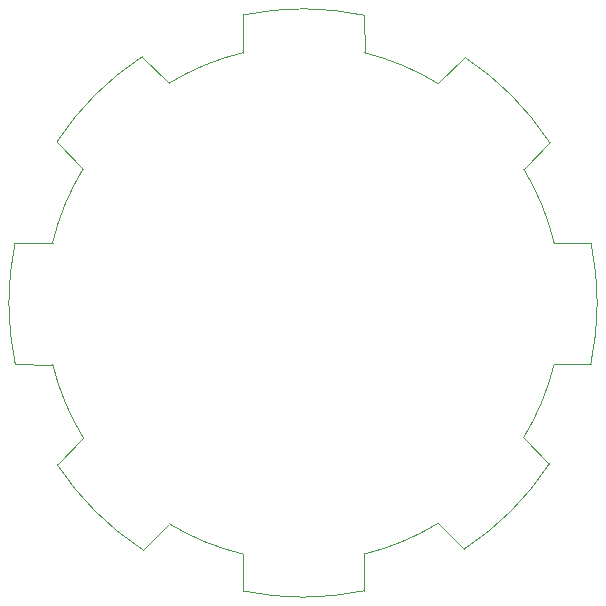
<source format=gbr>
%TF.GenerationSoftware,KiCad,Pcbnew,8.0.0*%
%TF.CreationDate,2025-03-28T23:26:52+01:00*%
%TF.ProjectId,pcb_art_hef,7063625f-6172-4745-9f68-65662e6b6963,rev?*%
%TF.SameCoordinates,Original*%
%TF.FileFunction,Profile,NP*%
%FSLAX46Y46*%
G04 Gerber Fmt 4.6, Leading zero omitted, Abs format (unit mm)*
G04 Created by KiCad (PCBNEW 8.0.0) date 2025-03-28 23:26:52*
%MOMM*%
%LPD*%
G01*
G04 APERTURE LIST*
%TA.AperFunction,Profile*%
%ADD10C,0.100000*%
%TD*%
G04 APERTURE END LIST*
D10*
X146859404Y-125960792D02*
X144678361Y-128219207D01*
X112397148Y-160423047D02*
G75*
G02*
X105177927Y-153240466I13586822J20875447D01*
G01*
X144678361Y-128219207D02*
G75*
G02*
X147244380Y-134467459I-18694361J-11328393D01*
G01*
X101615282Y-144700567D02*
G75*
G02*
X101599969Y-134467608I24368698J5152957D01*
G01*
X150373018Y-134491959D02*
X147244378Y-134467460D01*
X131190961Y-118364007D02*
G75*
G02*
X137408208Y-120964165I-5206991J-21183583D01*
G01*
X131142066Y-163915203D02*
G75*
G02*
X120903961Y-163931606I-5158106J24367593D01*
G01*
X105127714Y-125931348D02*
X107357282Y-128204112D01*
X104774961Y-134467607D02*
G75*
G02*
X107357283Y-128204113I21208969J-5079993D01*
G01*
X120903961Y-163931607D02*
X120903961Y-160807407D01*
X131142066Y-163915204D02*
X131165561Y-160807407D01*
X120923259Y-115159599D02*
X120907477Y-118353285D01*
X139688497Y-118749257D02*
X137408208Y-120964165D01*
X139688497Y-118749258D02*
G75*
G02*
X146859404Y-125960792I-13704527J-20798342D01*
G01*
X101615282Y-144700567D02*
X104789695Y-144757229D01*
X131166377Y-115185173D02*
X131190961Y-118364007D01*
X101599968Y-134467608D02*
X104774961Y-134467607D01*
X146840211Y-153163868D02*
G75*
G02*
X139600223Y-160403858I-20856241J13616248D01*
G01*
X105177926Y-153240467D02*
X107391161Y-150977607D01*
X112367702Y-118691360D02*
X114655561Y-120929408D01*
X147243760Y-144729207D02*
G75*
G02*
X144664375Y-150943675I-21259860J5181607D01*
G01*
X150351556Y-144705711D02*
X147243761Y-144729207D01*
X105127715Y-125931348D02*
G75*
G02*
X112367703Y-118691362I20856225J-13616242D01*
G01*
X146840212Y-153163868D02*
X144664372Y-150943673D01*
X107391162Y-150977607D02*
G75*
G02*
X104789696Y-144757229I18592778J11429987D01*
G01*
X120923259Y-115159601D02*
G75*
G02*
X131166377Y-115185175I5060701J-24388009D01*
G01*
X120903961Y-160807405D02*
G75*
G02*
X114655890Y-158241462I5079999J21259795D01*
G01*
X112397148Y-160423047D02*
X114655890Y-158241463D01*
X114655561Y-120929409D02*
G75*
G02*
X120907477Y-118353286I11328379J-18618151D01*
G01*
X139600222Y-160403857D02*
X137398507Y-158216731D01*
X150373018Y-134491959D02*
G75*
G02*
X150351556Y-144705711I-24389058J-5055651D01*
G01*
X137398507Y-158216730D02*
G75*
G02*
X131165560Y-160807404I-11414537J18669120D01*
G01*
M02*

</source>
